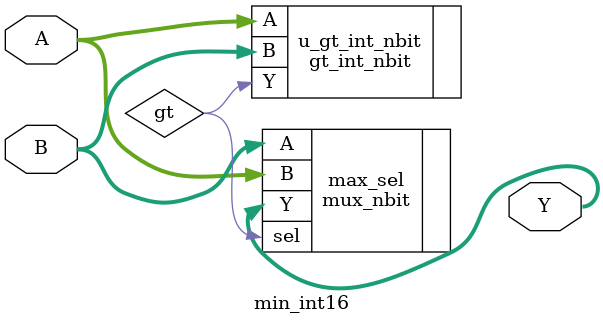
<source format=v>

module min_int16 #(
    parameter WIDTH = 16,
    parameter IMPL_TYPE = 1
)(
    input [WIDTH-1:0] A,
    input [WIDTH-1:0] B,
    output [WIDTH-1:0] Y,
);

    wire gt;
    gt_int_nbit #(
        .WIDTH(WIDTH),
        .IMPL_TYPE(IMPL_TYPE)
    ) u_gt_int_nbit (
        .A(A),
        .B(B),
        .Y(gt)
    );

    mux_nbit #(.WIDTH(WIDTH)) max_sel ( .A(B), .B(A), .sel(gt), .Y(Y));

endmodule

</source>
